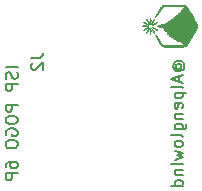
<source format=gbr>
%TF.GenerationSoftware,KiCad,Pcbnew,(5.1.8)-1*%
%TF.CreationDate,2021-11-24T15:46:35-08:00*%
%TF.ProjectId,ISP_SMT_Pogo_6p,4953505f-534d-4545-9f50-6f676f5f3670,rev?*%
%TF.SameCoordinates,Original*%
%TF.FileFunction,Legend,Bot*%
%TF.FilePolarity,Positive*%
%FSLAX46Y46*%
G04 Gerber Fmt 4.6, Leading zero omitted, Abs format (unit mm)*
G04 Created by KiCad (PCBNEW (5.1.8)-1) date 2021-11-24 15:46:35*
%MOMM*%
%LPD*%
G01*
G04 APERTURE LIST*
%ADD10C,0.150000*%
%ADD11C,0.010000*%
G04 APERTURE END LIST*
D10*
X147296190Y-74097142D02*
X147248571Y-74049523D01*
X147200952Y-73954285D01*
X147200952Y-73859047D01*
X147248571Y-73763809D01*
X147296190Y-73716190D01*
X147391428Y-73668571D01*
X147486666Y-73668571D01*
X147581904Y-73716190D01*
X147629523Y-73763809D01*
X147677142Y-73859047D01*
X147677142Y-73954285D01*
X147629523Y-74049523D01*
X147581904Y-74097142D01*
X147200952Y-74097142D02*
X147581904Y-74097142D01*
X147629523Y-74144761D01*
X147629523Y-74192380D01*
X147581904Y-74287619D01*
X147486666Y-74335238D01*
X147248571Y-74335238D01*
X147105714Y-74240000D01*
X147010476Y-74097142D01*
X146962857Y-73906666D01*
X147010476Y-73716190D01*
X147105714Y-73573333D01*
X147248571Y-73478095D01*
X147439047Y-73430476D01*
X147629523Y-73478095D01*
X147772380Y-73573333D01*
X147867619Y-73716190D01*
X147915238Y-73906666D01*
X147867619Y-74097142D01*
X147772380Y-74240000D01*
X147486666Y-74716190D02*
X147486666Y-75192380D01*
X147772380Y-74620952D02*
X146772380Y-74954285D01*
X147772380Y-75287619D01*
X147772380Y-75763809D02*
X147724761Y-75668571D01*
X147629523Y-75620952D01*
X146772380Y-75620952D01*
X147105714Y-76144761D02*
X148105714Y-76144761D01*
X147153333Y-76144761D02*
X147105714Y-76240000D01*
X147105714Y-76430476D01*
X147153333Y-76525714D01*
X147200952Y-76573333D01*
X147296190Y-76620952D01*
X147581904Y-76620952D01*
X147677142Y-76573333D01*
X147724761Y-76525714D01*
X147772380Y-76430476D01*
X147772380Y-76240000D01*
X147724761Y-76144761D01*
X147724761Y-77430476D02*
X147772380Y-77335238D01*
X147772380Y-77144761D01*
X147724761Y-77049523D01*
X147629523Y-77001904D01*
X147248571Y-77001904D01*
X147153333Y-77049523D01*
X147105714Y-77144761D01*
X147105714Y-77335238D01*
X147153333Y-77430476D01*
X147248571Y-77478095D01*
X147343809Y-77478095D01*
X147439047Y-77001904D01*
X147105714Y-77906666D02*
X147772380Y-77906666D01*
X147200952Y-77906666D02*
X147153333Y-77954285D01*
X147105714Y-78049523D01*
X147105714Y-78192380D01*
X147153333Y-78287619D01*
X147248571Y-78335238D01*
X147772380Y-78335238D01*
X147105714Y-79240000D02*
X147915238Y-79240000D01*
X148010476Y-79192380D01*
X148058095Y-79144761D01*
X148105714Y-79049523D01*
X148105714Y-78906666D01*
X148058095Y-78811428D01*
X147724761Y-79240000D02*
X147772380Y-79144761D01*
X147772380Y-78954285D01*
X147724761Y-78859047D01*
X147677142Y-78811428D01*
X147581904Y-78763809D01*
X147296190Y-78763809D01*
X147200952Y-78811428D01*
X147153333Y-78859047D01*
X147105714Y-78954285D01*
X147105714Y-79144761D01*
X147153333Y-79240000D01*
X147772380Y-79859047D02*
X147724761Y-79763809D01*
X147629523Y-79716190D01*
X146772380Y-79716190D01*
X147772380Y-80382857D02*
X147724761Y-80287619D01*
X147677142Y-80240000D01*
X147581904Y-80192380D01*
X147296190Y-80192380D01*
X147200952Y-80240000D01*
X147153333Y-80287619D01*
X147105714Y-80382857D01*
X147105714Y-80525714D01*
X147153333Y-80620952D01*
X147200952Y-80668571D01*
X147296190Y-80716190D01*
X147581904Y-80716190D01*
X147677142Y-80668571D01*
X147724761Y-80620952D01*
X147772380Y-80525714D01*
X147772380Y-80382857D01*
X147105714Y-81049523D02*
X147772380Y-81240000D01*
X147296190Y-81430476D01*
X147772380Y-81620952D01*
X147105714Y-81811428D01*
X147772380Y-82192380D02*
X146772380Y-82192380D01*
X147105714Y-82668571D02*
X147772380Y-82668571D01*
X147200952Y-82668571D02*
X147153333Y-82716190D01*
X147105714Y-82811428D01*
X147105714Y-82954285D01*
X147153333Y-83049523D01*
X147248571Y-83097142D01*
X147772380Y-83097142D01*
X147772380Y-84001904D02*
X146772380Y-84001904D01*
X147724761Y-84001904D02*
X147772380Y-83906666D01*
X147772380Y-83716190D01*
X147724761Y-83620952D01*
X147677142Y-83573333D01*
X147581904Y-83525714D01*
X147296190Y-83525714D01*
X147200952Y-83573333D01*
X147153333Y-83620952D01*
X147105714Y-83716190D01*
X147105714Y-83906666D01*
X147153333Y-84001904D01*
X133802380Y-73978095D02*
X132802380Y-73978095D01*
X133754761Y-74406666D02*
X133802380Y-74549523D01*
X133802380Y-74787619D01*
X133754761Y-74882857D01*
X133707142Y-74930476D01*
X133611904Y-74978095D01*
X133516666Y-74978095D01*
X133421428Y-74930476D01*
X133373809Y-74882857D01*
X133326190Y-74787619D01*
X133278571Y-74597142D01*
X133230952Y-74501904D01*
X133183333Y-74454285D01*
X133088095Y-74406666D01*
X132992857Y-74406666D01*
X132897619Y-74454285D01*
X132850000Y-74501904D01*
X132802380Y-74597142D01*
X132802380Y-74835238D01*
X132850000Y-74978095D01*
X133802380Y-75406666D02*
X132802380Y-75406666D01*
X132802380Y-75787619D01*
X132850000Y-75882857D01*
X132897619Y-75930476D01*
X132992857Y-75978095D01*
X133135714Y-75978095D01*
X133230952Y-75930476D01*
X133278571Y-75882857D01*
X133326190Y-75787619D01*
X133326190Y-75406666D01*
X133802380Y-77168571D02*
X132802380Y-77168571D01*
X132802380Y-77549523D01*
X132850000Y-77644761D01*
X132897619Y-77692380D01*
X132992857Y-77740000D01*
X133135714Y-77740000D01*
X133230952Y-77692380D01*
X133278571Y-77644761D01*
X133326190Y-77549523D01*
X133326190Y-77168571D01*
X132802380Y-78359047D02*
X132802380Y-78549523D01*
X132850000Y-78644761D01*
X132945238Y-78740000D01*
X133135714Y-78787619D01*
X133469047Y-78787619D01*
X133659523Y-78740000D01*
X133754761Y-78644761D01*
X133802380Y-78549523D01*
X133802380Y-78359047D01*
X133754761Y-78263809D01*
X133659523Y-78168571D01*
X133469047Y-78120952D01*
X133135714Y-78120952D01*
X132945238Y-78168571D01*
X132850000Y-78263809D01*
X132802380Y-78359047D01*
X132850000Y-79740000D02*
X132802380Y-79644761D01*
X132802380Y-79501904D01*
X132850000Y-79359047D01*
X132945238Y-79263809D01*
X133040476Y-79216190D01*
X133230952Y-79168571D01*
X133373809Y-79168571D01*
X133564285Y-79216190D01*
X133659523Y-79263809D01*
X133754761Y-79359047D01*
X133802380Y-79501904D01*
X133802380Y-79597142D01*
X133754761Y-79740000D01*
X133707142Y-79787619D01*
X133373809Y-79787619D01*
X133373809Y-79597142D01*
X132802380Y-80406666D02*
X132802380Y-80597142D01*
X132850000Y-80692380D01*
X132945238Y-80787619D01*
X133135714Y-80835238D01*
X133469047Y-80835238D01*
X133659523Y-80787619D01*
X133754761Y-80692380D01*
X133802380Y-80597142D01*
X133802380Y-80406666D01*
X133754761Y-80311428D01*
X133659523Y-80216190D01*
X133469047Y-80168571D01*
X133135714Y-80168571D01*
X132945238Y-80216190D01*
X132850000Y-80311428D01*
X132802380Y-80406666D01*
X132802380Y-82454285D02*
X132802380Y-82263809D01*
X132850000Y-82168571D01*
X132897619Y-82120952D01*
X133040476Y-82025714D01*
X133230952Y-81978095D01*
X133611904Y-81978095D01*
X133707142Y-82025714D01*
X133754761Y-82073333D01*
X133802380Y-82168571D01*
X133802380Y-82359047D01*
X133754761Y-82454285D01*
X133707142Y-82501904D01*
X133611904Y-82549523D01*
X133373809Y-82549523D01*
X133278571Y-82501904D01*
X133230952Y-82454285D01*
X133183333Y-82359047D01*
X133183333Y-82168571D01*
X133230952Y-82073333D01*
X133278571Y-82025714D01*
X133373809Y-81978095D01*
X133802380Y-82978095D02*
X132802380Y-82978095D01*
X132802380Y-83359047D01*
X132850000Y-83454285D01*
X132897619Y-83501904D01*
X132992857Y-83549523D01*
X133135714Y-83549523D01*
X133230952Y-83501904D01*
X133278571Y-83454285D01*
X133326190Y-83359047D01*
X133326190Y-82978095D01*
D11*
%TO.C,G\u002A\u002A\u002A*%
G36*
X144351940Y-70477978D02*
G01*
X144380859Y-70484666D01*
X144423408Y-70492579D01*
X144466749Y-70499536D01*
X144526973Y-70507919D01*
X144573388Y-70512059D01*
X144614870Y-70512035D01*
X144660296Y-70507924D01*
X144706318Y-70501613D01*
X144767880Y-70492502D01*
X144809666Y-70485981D01*
X144834746Y-70481305D01*
X144846192Y-70477730D01*
X144847075Y-70474509D01*
X144840468Y-70470898D01*
X144837727Y-70469730D01*
X144819332Y-70465182D01*
X144783893Y-70458869D01*
X144737288Y-70451781D01*
X144705792Y-70447487D01*
X144645716Y-70440742D01*
X144595404Y-70438364D01*
X144544896Y-70440433D01*
X144484228Y-70447027D01*
X144466223Y-70449403D01*
X144415806Y-70456823D01*
X144375129Y-70463983D01*
X144348839Y-70469988D01*
X144341272Y-70473474D01*
X144351940Y-70477978D01*
G37*
X144351940Y-70477978D02*
X144380859Y-70484666D01*
X144423408Y-70492579D01*
X144466749Y-70499536D01*
X144526973Y-70507919D01*
X144573388Y-70512059D01*
X144614870Y-70512035D01*
X144660296Y-70507924D01*
X144706318Y-70501613D01*
X144767880Y-70492502D01*
X144809666Y-70485981D01*
X144834746Y-70481305D01*
X144846192Y-70477730D01*
X144847075Y-70474509D01*
X144840468Y-70470898D01*
X144837727Y-70469730D01*
X144819332Y-70465182D01*
X144783893Y-70458869D01*
X144737288Y-70451781D01*
X144705792Y-70447487D01*
X144645716Y-70440742D01*
X144595404Y-70438364D01*
X144544896Y-70440433D01*
X144484228Y-70447027D01*
X144466223Y-70449403D01*
X144415806Y-70456823D01*
X144375129Y-70463983D01*
X144348839Y-70469988D01*
X144341272Y-70473474D01*
X144351940Y-70477978D01*
G36*
X144448879Y-70813356D02*
G01*
X144477918Y-70804443D01*
X144519167Y-70789916D01*
X144559002Y-70774827D01*
X144632140Y-70743429D01*
X144693929Y-70709263D01*
X144755799Y-70665777D01*
X144774206Y-70651424D01*
X144813983Y-70619565D01*
X144846019Y-70593263D01*
X144866612Y-70575600D01*
X144872363Y-70569728D01*
X144863163Y-70566459D01*
X144857931Y-70566404D01*
X144841575Y-70570780D01*
X144809273Y-70582079D01*
X144766401Y-70598362D01*
X144737231Y-70609964D01*
X144651488Y-70650396D01*
X144570537Y-70701739D01*
X144531155Y-70731385D01*
X144491518Y-70763341D01*
X144460334Y-70790026D01*
X144441064Y-70808374D01*
X144436651Y-70815137D01*
X144448879Y-70813356D01*
G37*
X144448879Y-70813356D02*
X144477918Y-70804443D01*
X144519167Y-70789916D01*
X144559002Y-70774827D01*
X144632140Y-70743429D01*
X144693929Y-70709263D01*
X144755799Y-70665777D01*
X144774206Y-70651424D01*
X144813983Y-70619565D01*
X144846019Y-70593263D01*
X144866612Y-70575600D01*
X144872363Y-70569728D01*
X144863163Y-70566459D01*
X144857931Y-70566404D01*
X144841575Y-70570780D01*
X144809273Y-70582079D01*
X144766401Y-70598362D01*
X144737231Y-70609964D01*
X144651488Y-70650396D01*
X144570537Y-70701739D01*
X144531155Y-70731385D01*
X144491518Y-70763341D01*
X144460334Y-70790026D01*
X144441064Y-70808374D01*
X144436651Y-70815137D01*
X144448879Y-70813356D01*
G36*
X144435549Y-70142024D02*
G01*
X144448149Y-70153188D01*
X144465297Y-70166426D01*
X144495419Y-70189717D01*
X144533231Y-70218976D01*
X144551265Y-70232937D01*
X144597309Y-70265974D01*
X144645232Y-70296133D01*
X144686546Y-70318180D01*
X144696345Y-70322415D01*
X144744262Y-70341436D01*
X144795202Y-70361661D01*
X144814636Y-70369377D01*
X144846397Y-70380509D01*
X144867364Y-70385021D01*
X144872363Y-70383388D01*
X144863771Y-70373163D01*
X144840457Y-70352191D01*
X144806112Y-70323658D01*
X144769735Y-70294853D01*
X144700916Y-70245190D01*
X144635739Y-70207279D01*
X144563347Y-70174896D01*
X144554116Y-70171264D01*
X144494632Y-70149208D01*
X144454840Y-70136948D01*
X144435044Y-70134536D01*
X144435549Y-70142024D01*
G37*
X144435549Y-70142024D02*
X144448149Y-70153188D01*
X144465297Y-70166426D01*
X144495419Y-70189717D01*
X144533231Y-70218976D01*
X144551265Y-70232937D01*
X144597309Y-70265974D01*
X144645232Y-70296133D01*
X144686546Y-70318180D01*
X144696345Y-70322415D01*
X144744262Y-70341436D01*
X144795202Y-70361661D01*
X144814636Y-70369377D01*
X144846397Y-70380509D01*
X144867364Y-70385021D01*
X144872363Y-70383388D01*
X144863771Y-70373163D01*
X144840457Y-70352191D01*
X144806112Y-70323658D01*
X144769735Y-70294853D01*
X144700916Y-70245190D01*
X144635739Y-70207279D01*
X144563347Y-70174896D01*
X144554116Y-70171264D01*
X144494632Y-70149208D01*
X144454840Y-70136948D01*
X144435044Y-70134536D01*
X144435549Y-70142024D01*
G36*
X144694139Y-71058448D02*
G01*
X144711823Y-71041751D01*
X144737952Y-71012365D01*
X144768274Y-70975092D01*
X144798117Y-70936117D01*
X144822677Y-70900949D01*
X144844265Y-70865166D01*
X144865194Y-70824341D01*
X144887775Y-70774053D01*
X144914320Y-70709875D01*
X144938396Y-70649523D01*
X144937906Y-70636514D01*
X144934212Y-70635116D01*
X144923377Y-70643650D01*
X144901910Y-70666684D01*
X144873231Y-70700393D01*
X144849748Y-70729494D01*
X144790556Y-70813488D01*
X144744758Y-70901026D01*
X144731407Y-70932617D01*
X144712888Y-70980354D01*
X144698250Y-71021362D01*
X144689393Y-71050127D01*
X144687636Y-71059588D01*
X144694139Y-71058448D01*
G37*
X144694139Y-71058448D02*
X144711823Y-71041751D01*
X144737952Y-71012365D01*
X144768274Y-70975092D01*
X144798117Y-70936117D01*
X144822677Y-70900949D01*
X144844265Y-70865166D01*
X144865194Y-70824341D01*
X144887775Y-70774053D01*
X144914320Y-70709875D01*
X144938396Y-70649523D01*
X144937906Y-70636514D01*
X144934212Y-70635116D01*
X144923377Y-70643650D01*
X144901910Y-70666684D01*
X144873231Y-70700393D01*
X144849748Y-70729494D01*
X144790556Y-70813488D01*
X144744758Y-70901026D01*
X144731407Y-70932617D01*
X144712888Y-70980354D01*
X144698250Y-71021362D01*
X144689393Y-71050127D01*
X144687636Y-71059588D01*
X144694139Y-71058448D01*
G36*
X144687284Y-69894531D02*
G01*
X144695152Y-69921394D01*
X144709390Y-69960998D01*
X144726472Y-70003969D01*
X144768510Y-70094041D01*
X144817446Y-70173996D01*
X144853897Y-70223333D01*
X144893972Y-70274232D01*
X144921276Y-70306967D01*
X144936503Y-70320987D01*
X144940347Y-70315741D01*
X144933505Y-70290678D01*
X144916670Y-70245247D01*
X144895176Y-70190591D01*
X144861592Y-70114407D01*
X144824223Y-70049335D01*
X144776254Y-69983594D01*
X144773302Y-69979887D01*
X144741086Y-69940682D01*
X144713607Y-69909312D01*
X144694283Y-69889557D01*
X144687179Y-69884637D01*
X144687284Y-69894531D01*
G37*
X144687284Y-69894531D02*
X144695152Y-69921394D01*
X144709390Y-69960998D01*
X144726472Y-70003969D01*
X144768510Y-70094041D01*
X144817446Y-70173996D01*
X144853897Y-70223333D01*
X144893972Y-70274232D01*
X144921276Y-70306967D01*
X144936503Y-70320987D01*
X144940347Y-70315741D01*
X144933505Y-70290678D01*
X144916670Y-70245247D01*
X144895176Y-70190591D01*
X144861592Y-70114407D01*
X144824223Y-70049335D01*
X144776254Y-69983594D01*
X144773302Y-69979887D01*
X144741086Y-69940682D01*
X144713607Y-69909312D01*
X144694283Y-69889557D01*
X144687179Y-69884637D01*
X144687284Y-69894531D01*
G36*
X144993215Y-70959864D02*
G01*
X145000077Y-71017289D01*
X145004015Y-71044268D01*
X145011980Y-71095399D01*
X145019037Y-71137328D01*
X145024346Y-71165266D01*
X145026857Y-71174433D01*
X145030349Y-71166098D01*
X145035781Y-71139965D01*
X145042406Y-71101174D01*
X145049482Y-71054862D01*
X145056263Y-71006167D01*
X145062006Y-70960226D01*
X145065967Y-70922179D01*
X145067401Y-70897162D01*
X145067352Y-70894864D01*
X145064707Y-70863296D01*
X145059522Y-70821069D01*
X145055948Y-70796728D01*
X145046401Y-70736772D01*
X145039508Y-70696717D01*
X145034448Y-70673636D01*
X145030399Y-70664602D01*
X145026538Y-70666688D01*
X145022199Y-70676560D01*
X145016712Y-70698363D01*
X145009720Y-70736523D01*
X145002372Y-70784460D01*
X144999015Y-70809333D01*
X144992880Y-70865109D01*
X144990881Y-70912212D01*
X144993215Y-70959864D01*
G37*
X144993215Y-70959864D02*
X145000077Y-71017289D01*
X145004015Y-71044268D01*
X145011980Y-71095399D01*
X145019037Y-71137328D01*
X145024346Y-71165266D01*
X145026857Y-71174433D01*
X145030349Y-71166098D01*
X145035781Y-71139965D01*
X145042406Y-71101174D01*
X145049482Y-71054862D01*
X145056263Y-71006167D01*
X145062006Y-70960226D01*
X145065967Y-70922179D01*
X145067401Y-70897162D01*
X145067352Y-70894864D01*
X145064707Y-70863296D01*
X145059522Y-70821069D01*
X145055948Y-70796728D01*
X145046401Y-70736772D01*
X145039508Y-70696717D01*
X145034448Y-70673636D01*
X145030399Y-70664602D01*
X145026538Y-70666688D01*
X145022199Y-70676560D01*
X145016712Y-70698363D01*
X145009720Y-70736523D01*
X145002372Y-70784460D01*
X144999015Y-70809333D01*
X144992880Y-70865109D01*
X144990881Y-70912212D01*
X144993215Y-70959864D01*
G36*
X144993773Y-70098032D02*
G01*
X144999181Y-70141880D01*
X145006560Y-70191515D01*
X145014020Y-70234448D01*
X145020368Y-70264061D01*
X145022543Y-70271278D01*
X145028888Y-70283264D01*
X145033705Y-70276633D01*
X145038282Y-70254091D01*
X145044161Y-70219653D01*
X145051858Y-70174644D01*
X145056902Y-70145175D01*
X145063718Y-70098691D01*
X145066591Y-70056610D01*
X145065333Y-70012145D01*
X145059760Y-69958513D01*
X145049914Y-69890409D01*
X145042375Y-69843156D01*
X145035779Y-69804349D01*
X145031139Y-69779833D01*
X145029936Y-69774955D01*
X145026851Y-69781020D01*
X145021276Y-69805999D01*
X145013989Y-69845945D01*
X145005768Y-69896913D01*
X145005365Y-69899556D01*
X144996341Y-69963251D01*
X144991536Y-70012249D01*
X144990748Y-70054521D01*
X144993773Y-70098032D01*
G37*
X144993773Y-70098032D02*
X144999181Y-70141880D01*
X145006560Y-70191515D01*
X145014020Y-70234448D01*
X145020368Y-70264061D01*
X145022543Y-70271278D01*
X145028888Y-70283264D01*
X145033705Y-70276633D01*
X145038282Y-70254091D01*
X145044161Y-70219653D01*
X145051858Y-70174644D01*
X145056902Y-70145175D01*
X145063718Y-70098691D01*
X145066591Y-70056610D01*
X145065333Y-70012145D01*
X145059760Y-69958513D01*
X145049914Y-69890409D01*
X145042375Y-69843156D01*
X145035779Y-69804349D01*
X145031139Y-69779833D01*
X145029936Y-69774955D01*
X145026851Y-69781020D01*
X145021276Y-69805999D01*
X145013989Y-69845945D01*
X145005768Y-69896913D01*
X145005365Y-69899556D01*
X144996341Y-69963251D01*
X144991536Y-70012249D01*
X144990748Y-70054521D01*
X144993773Y-70098032D01*
G36*
X145129850Y-70673216D02*
G01*
X145147610Y-70722269D01*
X145164358Y-70763933D01*
X145199484Y-70841287D01*
X145237260Y-70906713D01*
X145284069Y-70971075D01*
X145291543Y-70980417D01*
X145324750Y-71019853D01*
X145349795Y-71046152D01*
X145364640Y-71057328D01*
X145367862Y-71054768D01*
X145363175Y-71035321D01*
X145351349Y-71000460D01*
X145334428Y-70955958D01*
X145322867Y-70927484D01*
X145276776Y-70835407D01*
X145214523Y-70739468D01*
X145140479Y-70646367D01*
X145136304Y-70641634D01*
X145124058Y-70632293D01*
X145121953Y-70643022D01*
X145129850Y-70673216D01*
G37*
X145129850Y-70673216D02*
X145147610Y-70722269D01*
X145164358Y-70763933D01*
X145199484Y-70841287D01*
X145237260Y-70906713D01*
X145284069Y-70971075D01*
X145291543Y-70980417D01*
X145324750Y-71019853D01*
X145349795Y-71046152D01*
X145364640Y-71057328D01*
X145367862Y-71054768D01*
X145363175Y-71035321D01*
X145351349Y-71000460D01*
X145334428Y-70955958D01*
X145322867Y-70927484D01*
X145276776Y-70835407D01*
X145214523Y-70739468D01*
X145140479Y-70646367D01*
X145136304Y-70641634D01*
X145124058Y-70632293D01*
X145121953Y-70643022D01*
X145129850Y-70673216D01*
G36*
X145125793Y-70310730D02*
G01*
X145144873Y-70291285D01*
X145172116Y-70259957D01*
X145201186Y-70224245D01*
X145254223Y-70151677D01*
X145294816Y-70081685D01*
X145324997Y-70014416D01*
X145343406Y-69967315D01*
X145357905Y-69927630D01*
X145366641Y-69900588D01*
X145368348Y-69892194D01*
X145361582Y-69892008D01*
X145344873Y-69906421D01*
X145333112Y-69919273D01*
X145276254Y-69988455D01*
X145232513Y-70049839D01*
X145197377Y-70110541D01*
X145166335Y-70177680D01*
X145160743Y-70191220D01*
X145142027Y-70238853D01*
X145127608Y-70278704D01*
X145119181Y-70305888D01*
X145117828Y-70315076D01*
X145125793Y-70310730D01*
G37*
X145125793Y-70310730D02*
X145144873Y-70291285D01*
X145172116Y-70259957D01*
X145201186Y-70224245D01*
X145254223Y-70151677D01*
X145294816Y-70081685D01*
X145324997Y-70014416D01*
X145343406Y-69967315D01*
X145357905Y-69927630D01*
X145366641Y-69900588D01*
X145368348Y-69892194D01*
X145361582Y-69892008D01*
X145344873Y-69906421D01*
X145333112Y-69919273D01*
X145276254Y-69988455D01*
X145232513Y-70049839D01*
X145197377Y-70110541D01*
X145166335Y-70177680D01*
X145160743Y-70191220D01*
X145142027Y-70238853D01*
X145127608Y-70278704D01*
X145119181Y-70305888D01*
X145117828Y-70315076D01*
X145125793Y-70310730D01*
G36*
X145197296Y-70576591D02*
G01*
X145216370Y-70595746D01*
X145247410Y-70622993D01*
X145282294Y-70651461D01*
X145345036Y-70698053D01*
X145403456Y-70733395D01*
X145468347Y-70763695D01*
X145498290Y-70775700D01*
X145545861Y-70793572D01*
X145584912Y-70807155D01*
X145610837Y-70814917D01*
X145619043Y-70815896D01*
X145612505Y-70807317D01*
X145591138Y-70787648D01*
X145558384Y-70759917D01*
X145522297Y-70730793D01*
X145452894Y-70679829D01*
X145387204Y-70641100D01*
X145314876Y-70608528D01*
X145312622Y-70607633D01*
X145265979Y-70589918D01*
X145227071Y-70576555D01*
X145201019Y-70569222D01*
X145193372Y-70568497D01*
X145197296Y-70576591D01*
G37*
X145197296Y-70576591D02*
X145216370Y-70595746D01*
X145247410Y-70622993D01*
X145282294Y-70651461D01*
X145345036Y-70698053D01*
X145403456Y-70733395D01*
X145468347Y-70763695D01*
X145498290Y-70775700D01*
X145545861Y-70793572D01*
X145584912Y-70807155D01*
X145610837Y-70814917D01*
X145619043Y-70815896D01*
X145612505Y-70807317D01*
X145591138Y-70787648D01*
X145558384Y-70759917D01*
X145522297Y-70730793D01*
X145452894Y-70679829D01*
X145387204Y-70641100D01*
X145314876Y-70608528D01*
X145312622Y-70607633D01*
X145265979Y-70589918D01*
X145227071Y-70576555D01*
X145201019Y-70569222D01*
X145193372Y-70568497D01*
X145197296Y-70576591D01*
G36*
X145193268Y-70384520D02*
G01*
X145216305Y-70378652D01*
X145240775Y-70369788D01*
X145288308Y-70350930D01*
X145340168Y-70330374D01*
X145360159Y-70322456D01*
X145420773Y-70291979D01*
X145490245Y-70244698D01*
X145570307Y-70179414D01*
X145582511Y-70168725D01*
X145606473Y-70146258D01*
X145619600Y-70131280D01*
X145620163Y-70127572D01*
X145606605Y-70131413D01*
X145576418Y-70142185D01*
X145534367Y-70158134D01*
X145495153Y-70173538D01*
X145420592Y-70206349D01*
X145357621Y-70242118D01*
X145295014Y-70287360D01*
X145284216Y-70295966D01*
X145244795Y-70328381D01*
X145212658Y-70356071D01*
X145191780Y-70375534D01*
X145185934Y-70382534D01*
X145193268Y-70384520D01*
G37*
X145193268Y-70384520D02*
X145216305Y-70378652D01*
X145240775Y-70369788D01*
X145288308Y-70350930D01*
X145340168Y-70330374D01*
X145360159Y-70322456D01*
X145420773Y-70291979D01*
X145490245Y-70244698D01*
X145570307Y-70179414D01*
X145582511Y-70168725D01*
X145606473Y-70146258D01*
X145619600Y-70131280D01*
X145620163Y-70127572D01*
X145606605Y-70131413D01*
X145576418Y-70142185D01*
X145534367Y-70158134D01*
X145495153Y-70173538D01*
X145420592Y-70206349D01*
X145357621Y-70242118D01*
X145295014Y-70287360D01*
X145284216Y-70295966D01*
X145244795Y-70328381D01*
X145212658Y-70356071D01*
X145191780Y-70375534D01*
X145185934Y-70382534D01*
X145193268Y-70384520D01*
G36*
X145469123Y-69722647D02*
G01*
X145469840Y-69722650D01*
X145481149Y-69713124D01*
X145502988Y-69686763D01*
X145533518Y-69646233D01*
X145570901Y-69594197D01*
X145613301Y-69533322D01*
X145658878Y-69466271D01*
X145705796Y-69395711D01*
X145752216Y-69324305D01*
X145796300Y-69254720D01*
X145827635Y-69203829D01*
X145881839Y-69115754D01*
X145927258Y-69045377D01*
X145966053Y-68990067D01*
X146000387Y-68947191D01*
X146032423Y-68914116D01*
X146064322Y-68888210D01*
X146098248Y-68866842D01*
X146109461Y-68860756D01*
X146171227Y-68828228D01*
X146996727Y-68828942D01*
X147133528Y-68829175D01*
X147264148Y-68829620D01*
X147386661Y-68830256D01*
X147499142Y-68831063D01*
X147599664Y-68832021D01*
X147686302Y-68833108D01*
X147757131Y-68834306D01*
X147810225Y-68835592D01*
X147843658Y-68836948D01*
X147854857Y-68838042D01*
X147887487Y-68846428D01*
X147862232Y-68889282D01*
X147830959Y-68937589D01*
X147787450Y-68998183D01*
X147735294Y-69066536D01*
X147678079Y-69138119D01*
X147619394Y-69208404D01*
X147562827Y-69272862D01*
X147530916Y-69307364D01*
X147481957Y-69360111D01*
X147447480Y-69400319D01*
X147425085Y-69431201D01*
X147412367Y-69455969D01*
X147407820Y-69472012D01*
X147400699Y-69495636D01*
X147386395Y-69518913D01*
X147361378Y-69546196D01*
X147322114Y-69581839D01*
X147310794Y-69591594D01*
X147087588Y-69768852D01*
X146848106Y-69932970D01*
X146596596Y-70081386D01*
X146337305Y-70211539D01*
X146148136Y-70292522D01*
X146068033Y-70323124D01*
X145982675Y-70353653D01*
X145897109Y-70382476D01*
X145816380Y-70407961D01*
X145745532Y-70428475D01*
X145689611Y-70442387D01*
X145677259Y-70444886D01*
X145645295Y-70455549D01*
X145621124Y-70471739D01*
X145608549Y-70489225D01*
X145611374Y-70503777D01*
X145619896Y-70508681D01*
X145635886Y-70512669D01*
X145671576Y-70520696D01*
X145724052Y-70532133D01*
X145790399Y-70546353D01*
X145867703Y-70562730D01*
X145953049Y-70580635D01*
X145994376Y-70589248D01*
X146081091Y-70607499D01*
X146159875Y-70624499D01*
X146228060Y-70639639D01*
X146282978Y-70652311D01*
X146321964Y-70661905D01*
X146342349Y-70667813D01*
X146344724Y-70669210D01*
X146332738Y-70676085D01*
X146304899Y-70688221D01*
X146267080Y-70703068D01*
X146264688Y-70703965D01*
X146224206Y-70720125D01*
X146201147Y-70733020D01*
X146190867Y-70746179D01*
X146188703Y-70761692D01*
X146190697Y-70795384D01*
X146198974Y-70819207D01*
X146217623Y-70837319D01*
X146250732Y-70853879D01*
X146295962Y-70870783D01*
X146330147Y-70884993D01*
X146374180Y-70906347D01*
X146423938Y-70932472D01*
X146475294Y-70960993D01*
X146524125Y-70989539D01*
X146566306Y-71015737D01*
X146597712Y-71037212D01*
X146614218Y-71051593D01*
X146615727Y-71054751D01*
X146605820Y-71060874D01*
X146579942Y-71072250D01*
X146546454Y-71085364D01*
X146510809Y-71099892D01*
X146485806Y-71112372D01*
X146477181Y-71119619D01*
X146486860Y-71135940D01*
X146511109Y-71154773D01*
X146542743Y-71170887D01*
X146552227Y-71174289D01*
X146572895Y-71183404D01*
X146585125Y-71198409D01*
X146593020Y-71226086D01*
X146596810Y-71247955D01*
X146604592Y-71284202D01*
X146613967Y-71310539D01*
X146619901Y-71318780D01*
X146635931Y-71325966D01*
X146668376Y-71338569D01*
X146711807Y-71354523D01*
X146741218Y-71364962D01*
X146798766Y-71386688D01*
X146842932Y-71408244D01*
X146882773Y-71434903D01*
X146927350Y-71471933D01*
X146931718Y-71475790D01*
X146987546Y-71523987D01*
X147039551Y-71565471D01*
X147090666Y-71601621D01*
X147143825Y-71633813D01*
X147201958Y-71663423D01*
X147268000Y-71691828D01*
X147344883Y-71720406D01*
X147435538Y-71750533D01*
X147542899Y-71783586D01*
X147661980Y-71818643D01*
X147672838Y-71830826D01*
X147686845Y-71858085D01*
X147695993Y-71881012D01*
X147714076Y-71920024D01*
X147741160Y-71956540D01*
X147782311Y-71997195D01*
X147789852Y-72003921D01*
X147823127Y-72034427D01*
X147848412Y-72059724D01*
X147861621Y-72075643D01*
X147862636Y-72078200D01*
X147859005Y-72084429D01*
X147847215Y-72089899D01*
X147825920Y-72094665D01*
X147793774Y-72098783D01*
X147749432Y-72102307D01*
X147691546Y-72105294D01*
X147618771Y-72107800D01*
X147529761Y-72109879D01*
X147423170Y-72111587D01*
X147297652Y-72112981D01*
X147151861Y-72114114D01*
X146984451Y-72115043D01*
X146967696Y-72115122D01*
X146193983Y-72118682D01*
X146119105Y-72081836D01*
X146075162Y-72057259D01*
X146034427Y-72029508D01*
X146008024Y-72006790D01*
X145991207Y-71985536D01*
X145964950Y-71948025D01*
X145931621Y-71897844D01*
X145893590Y-71838580D01*
X145853226Y-71773818D01*
X145841713Y-71755000D01*
X145801053Y-71689553D01*
X145756449Y-71619987D01*
X145709758Y-71548978D01*
X145662840Y-71479201D01*
X145617550Y-71413334D01*
X145575748Y-71354050D01*
X145539290Y-71304027D01*
X145510035Y-71265940D01*
X145489840Y-71242465D01*
X145481386Y-71235998D01*
X145472964Y-71244242D01*
X145472727Y-71246879D01*
X145478031Y-71264926D01*
X145492939Y-71300226D01*
X145515942Y-71349793D01*
X145545532Y-71410639D01*
X145580202Y-71479775D01*
X145618444Y-71554215D01*
X145658750Y-71630970D01*
X145699611Y-71707053D01*
X145739520Y-71779476D01*
X145758639Y-71813368D01*
X145806930Y-71896967D01*
X145846750Y-71962868D01*
X145880046Y-72013980D01*
X145908763Y-72053212D01*
X145934848Y-72083473D01*
X145948373Y-72096965D01*
X146033208Y-72161810D01*
X146128264Y-72206000D01*
X146218902Y-72227373D01*
X146246242Y-72229654D01*
X146293727Y-72231838D01*
X146358947Y-72233909D01*
X146439493Y-72235850D01*
X146532954Y-72237645D01*
X146636919Y-72239278D01*
X146748980Y-72240732D01*
X146866725Y-72241991D01*
X146987744Y-72243039D01*
X147109628Y-72243859D01*
X147229967Y-72244435D01*
X147346349Y-72244751D01*
X147456366Y-72244790D01*
X147557606Y-72244535D01*
X147647660Y-72243971D01*
X147724118Y-72243081D01*
X147784569Y-72241849D01*
X147826604Y-72240258D01*
X147847149Y-72238425D01*
X147937850Y-72210939D01*
X148025683Y-72164592D01*
X148103594Y-72103235D01*
X148114345Y-72092611D01*
X148129874Y-72075505D01*
X148147530Y-72053340D01*
X148168242Y-72024611D01*
X148192939Y-71987812D01*
X148222550Y-71941439D01*
X148258002Y-71883988D01*
X148300226Y-71813953D01*
X148350150Y-71729831D01*
X148408702Y-71630115D01*
X148476812Y-71513302D01*
X148553975Y-71380361D01*
X148619724Y-71266701D01*
X148682716Y-71157426D01*
X148741873Y-71054426D01*
X148796122Y-70959591D01*
X148844387Y-70874811D01*
X148885592Y-70801976D01*
X148918662Y-70742976D01*
X148942522Y-70699702D01*
X148956096Y-70674043D01*
X148957694Y-70670737D01*
X148976964Y-70611970D01*
X148989043Y-70539348D01*
X148993568Y-70461072D01*
X148990178Y-70385345D01*
X148978509Y-70320369D01*
X148973822Y-70305537D01*
X148964068Y-70284395D01*
X148943818Y-70245451D01*
X148914253Y-70190826D01*
X148876558Y-70122637D01*
X148831914Y-70043003D01*
X148781504Y-69954043D01*
X148726512Y-69857875D01*
X148668119Y-69756618D01*
X148648331Y-69722492D01*
X148558557Y-69567859D01*
X148479533Y-69431860D01*
X148410355Y-69313194D01*
X148350118Y-69210562D01*
X148297917Y-69122663D01*
X148252849Y-69048198D01*
X148214007Y-68985866D01*
X148180488Y-68934367D01*
X148151387Y-68892401D01*
X148125799Y-68858668D01*
X148102820Y-68831868D01*
X148081545Y-68810700D01*
X148061069Y-68793866D01*
X148040489Y-68780064D01*
X148018899Y-68767995D01*
X147995394Y-68756358D01*
X147969070Y-68743853D01*
X147966545Y-68742647D01*
X147879954Y-68701228D01*
X147054454Y-68702702D01*
X146895036Y-68703024D01*
X146756995Y-68703407D01*
X146638619Y-68703895D01*
X146538194Y-68704528D01*
X146454006Y-68705348D01*
X146384342Y-68706398D01*
X146327489Y-68707720D01*
X146281734Y-68709355D01*
X146245363Y-68711346D01*
X146216664Y-68713734D01*
X146193921Y-68716561D01*
X146175423Y-68719870D01*
X146159456Y-68723702D01*
X146155798Y-68724708D01*
X146076890Y-68755158D01*
X146000730Y-68799535D01*
X145935416Y-68852693D01*
X145908939Y-68881471D01*
X145896668Y-68899911D01*
X145875635Y-68935267D01*
X145847284Y-68984859D01*
X145813058Y-69046005D01*
X145774398Y-69116024D01*
X145732747Y-69192234D01*
X145689548Y-69271953D01*
X145646244Y-69352501D01*
X145604276Y-69431195D01*
X145565088Y-69505354D01*
X145530122Y-69572297D01*
X145500820Y-69629343D01*
X145478625Y-69673809D01*
X145464980Y-69703014D01*
X145461181Y-69713785D01*
X145469123Y-69722647D01*
G37*
X145469123Y-69722647D02*
X145469840Y-69722650D01*
X145481149Y-69713124D01*
X145502988Y-69686763D01*
X145533518Y-69646233D01*
X145570901Y-69594197D01*
X145613301Y-69533322D01*
X145658878Y-69466271D01*
X145705796Y-69395711D01*
X145752216Y-69324305D01*
X145796300Y-69254720D01*
X145827635Y-69203829D01*
X145881839Y-69115754D01*
X145927258Y-69045377D01*
X145966053Y-68990067D01*
X146000387Y-68947191D01*
X146032423Y-68914116D01*
X146064322Y-68888210D01*
X146098248Y-68866842D01*
X146109461Y-68860756D01*
X146171227Y-68828228D01*
X146996727Y-68828942D01*
X147133528Y-68829175D01*
X147264148Y-68829620D01*
X147386661Y-68830256D01*
X147499142Y-68831063D01*
X147599664Y-68832021D01*
X147686302Y-68833108D01*
X147757131Y-68834306D01*
X147810225Y-68835592D01*
X147843658Y-68836948D01*
X147854857Y-68838042D01*
X147887487Y-68846428D01*
X147862232Y-68889282D01*
X147830959Y-68937589D01*
X147787450Y-68998183D01*
X147735294Y-69066536D01*
X147678079Y-69138119D01*
X147619394Y-69208404D01*
X147562827Y-69272862D01*
X147530916Y-69307364D01*
X147481957Y-69360111D01*
X147447480Y-69400319D01*
X147425085Y-69431201D01*
X147412367Y-69455969D01*
X147407820Y-69472012D01*
X147400699Y-69495636D01*
X147386395Y-69518913D01*
X147361378Y-69546196D01*
X147322114Y-69581839D01*
X147310794Y-69591594D01*
X147087588Y-69768852D01*
X146848106Y-69932970D01*
X146596596Y-70081386D01*
X146337305Y-70211539D01*
X146148136Y-70292522D01*
X146068033Y-70323124D01*
X145982675Y-70353653D01*
X145897109Y-70382476D01*
X145816380Y-70407961D01*
X145745532Y-70428475D01*
X145689611Y-70442387D01*
X145677259Y-70444886D01*
X145645295Y-70455549D01*
X145621124Y-70471739D01*
X145608549Y-70489225D01*
X145611374Y-70503777D01*
X145619896Y-70508681D01*
X145635886Y-70512669D01*
X145671576Y-70520696D01*
X145724052Y-70532133D01*
X145790399Y-70546353D01*
X145867703Y-70562730D01*
X145953049Y-70580635D01*
X145994376Y-70589248D01*
X146081091Y-70607499D01*
X146159875Y-70624499D01*
X146228060Y-70639639D01*
X146282978Y-70652311D01*
X146321964Y-70661905D01*
X146342349Y-70667813D01*
X146344724Y-70669210D01*
X146332738Y-70676085D01*
X146304899Y-70688221D01*
X146267080Y-70703068D01*
X146264688Y-70703965D01*
X146224206Y-70720125D01*
X146201147Y-70733020D01*
X146190867Y-70746179D01*
X146188703Y-70761692D01*
X146190697Y-70795384D01*
X146198974Y-70819207D01*
X146217623Y-70837319D01*
X146250732Y-70853879D01*
X146295962Y-70870783D01*
X146330147Y-70884993D01*
X146374180Y-70906347D01*
X146423938Y-70932472D01*
X146475294Y-70960993D01*
X146524125Y-70989539D01*
X146566306Y-71015737D01*
X146597712Y-71037212D01*
X146614218Y-71051593D01*
X146615727Y-71054751D01*
X146605820Y-71060874D01*
X146579942Y-71072250D01*
X146546454Y-71085364D01*
X146510809Y-71099892D01*
X146485806Y-71112372D01*
X146477181Y-71119619D01*
X146486860Y-71135940D01*
X146511109Y-71154773D01*
X146542743Y-71170887D01*
X146552227Y-71174289D01*
X146572895Y-71183404D01*
X146585125Y-71198409D01*
X146593020Y-71226086D01*
X146596810Y-71247955D01*
X146604592Y-71284202D01*
X146613967Y-71310539D01*
X146619901Y-71318780D01*
X146635931Y-71325966D01*
X146668376Y-71338569D01*
X146711807Y-71354523D01*
X146741218Y-71364962D01*
X146798766Y-71386688D01*
X146842932Y-71408244D01*
X146882773Y-71434903D01*
X146927350Y-71471933D01*
X146931718Y-71475790D01*
X146987546Y-71523987D01*
X147039551Y-71565471D01*
X147090666Y-71601621D01*
X147143825Y-71633813D01*
X147201958Y-71663423D01*
X147268000Y-71691828D01*
X147344883Y-71720406D01*
X147435538Y-71750533D01*
X147542899Y-71783586D01*
X147661980Y-71818643D01*
X147672838Y-71830826D01*
X147686845Y-71858085D01*
X147695993Y-71881012D01*
X147714076Y-71920024D01*
X147741160Y-71956540D01*
X147782311Y-71997195D01*
X147789852Y-72003921D01*
X147823127Y-72034427D01*
X147848412Y-72059724D01*
X147861621Y-72075643D01*
X147862636Y-72078200D01*
X147859005Y-72084429D01*
X147847215Y-72089899D01*
X147825920Y-72094665D01*
X147793774Y-72098783D01*
X147749432Y-72102307D01*
X147691546Y-72105294D01*
X147618771Y-72107800D01*
X147529761Y-72109879D01*
X147423170Y-72111587D01*
X147297652Y-72112981D01*
X147151861Y-72114114D01*
X146984451Y-72115043D01*
X146967696Y-72115122D01*
X146193983Y-72118682D01*
X146119105Y-72081836D01*
X146075162Y-72057259D01*
X146034427Y-72029508D01*
X146008024Y-72006790D01*
X145991207Y-71985536D01*
X145964950Y-71948025D01*
X145931621Y-71897844D01*
X145893590Y-71838580D01*
X145853226Y-71773818D01*
X145841713Y-71755000D01*
X145801053Y-71689553D01*
X145756449Y-71619987D01*
X145709758Y-71548978D01*
X145662840Y-71479201D01*
X145617550Y-71413334D01*
X145575748Y-71354050D01*
X145539290Y-71304027D01*
X145510035Y-71265940D01*
X145489840Y-71242465D01*
X145481386Y-71235998D01*
X145472964Y-71244242D01*
X145472727Y-71246879D01*
X145478031Y-71264926D01*
X145492939Y-71300226D01*
X145515942Y-71349793D01*
X145545532Y-71410639D01*
X145580202Y-71479775D01*
X145618444Y-71554215D01*
X145658750Y-71630970D01*
X145699611Y-71707053D01*
X145739520Y-71779476D01*
X145758639Y-71813368D01*
X145806930Y-71896967D01*
X145846750Y-71962868D01*
X145880046Y-72013980D01*
X145908763Y-72053212D01*
X145934848Y-72083473D01*
X145948373Y-72096965D01*
X146033208Y-72161810D01*
X146128264Y-72206000D01*
X146218902Y-72227373D01*
X146246242Y-72229654D01*
X146293727Y-72231838D01*
X146358947Y-72233909D01*
X146439493Y-72235850D01*
X146532954Y-72237645D01*
X146636919Y-72239278D01*
X146748980Y-72240732D01*
X146866725Y-72241991D01*
X146987744Y-72243039D01*
X147109628Y-72243859D01*
X147229967Y-72244435D01*
X147346349Y-72244751D01*
X147456366Y-72244790D01*
X147557606Y-72244535D01*
X147647660Y-72243971D01*
X147724118Y-72243081D01*
X147784569Y-72241849D01*
X147826604Y-72240258D01*
X147847149Y-72238425D01*
X147937850Y-72210939D01*
X148025683Y-72164592D01*
X148103594Y-72103235D01*
X148114345Y-72092611D01*
X148129874Y-72075505D01*
X148147530Y-72053340D01*
X148168242Y-72024611D01*
X148192939Y-71987812D01*
X148222550Y-71941439D01*
X148258002Y-71883988D01*
X148300226Y-71813953D01*
X148350150Y-71729831D01*
X148408702Y-71630115D01*
X148476812Y-71513302D01*
X148553975Y-71380361D01*
X148619724Y-71266701D01*
X148682716Y-71157426D01*
X148741873Y-71054426D01*
X148796122Y-70959591D01*
X148844387Y-70874811D01*
X148885592Y-70801976D01*
X148918662Y-70742976D01*
X148942522Y-70699702D01*
X148956096Y-70674043D01*
X148957694Y-70670737D01*
X148976964Y-70611970D01*
X148989043Y-70539348D01*
X148993568Y-70461072D01*
X148990178Y-70385345D01*
X148978509Y-70320369D01*
X148973822Y-70305537D01*
X148964068Y-70284395D01*
X148943818Y-70245451D01*
X148914253Y-70190826D01*
X148876558Y-70122637D01*
X148831914Y-70043003D01*
X148781504Y-69954043D01*
X148726512Y-69857875D01*
X148668119Y-69756618D01*
X148648331Y-69722492D01*
X148558557Y-69567859D01*
X148479533Y-69431860D01*
X148410355Y-69313194D01*
X148350118Y-69210562D01*
X148297917Y-69122663D01*
X148252849Y-69048198D01*
X148214007Y-68985866D01*
X148180488Y-68934367D01*
X148151387Y-68892401D01*
X148125799Y-68858668D01*
X148102820Y-68831868D01*
X148081545Y-68810700D01*
X148061069Y-68793866D01*
X148040489Y-68780064D01*
X148018899Y-68767995D01*
X147995394Y-68756358D01*
X147969070Y-68743853D01*
X147966545Y-68742647D01*
X147879954Y-68701228D01*
X147054454Y-68702702D01*
X146895036Y-68703024D01*
X146756995Y-68703407D01*
X146638619Y-68703895D01*
X146538194Y-68704528D01*
X146454006Y-68705348D01*
X146384342Y-68706398D01*
X146327489Y-68707720D01*
X146281734Y-68709355D01*
X146245363Y-68711346D01*
X146216664Y-68713734D01*
X146193921Y-68716561D01*
X146175423Y-68719870D01*
X146159456Y-68723702D01*
X146155798Y-68724708D01*
X146076890Y-68755158D01*
X146000730Y-68799535D01*
X145935416Y-68852693D01*
X145908939Y-68881471D01*
X145896668Y-68899911D01*
X145875635Y-68935267D01*
X145847284Y-68984859D01*
X145813058Y-69046005D01*
X145774398Y-69116024D01*
X145732747Y-69192234D01*
X145689548Y-69271953D01*
X145646244Y-69352501D01*
X145604276Y-69431195D01*
X145565088Y-69505354D01*
X145530122Y-69572297D01*
X145500820Y-69629343D01*
X145478625Y-69673809D01*
X145464980Y-69703014D01*
X145461181Y-69713785D01*
X145469123Y-69722647D01*
%TO.C,J2*%
D10*
X134961380Y-73199666D02*
X135675666Y-73199666D01*
X135818523Y-73152047D01*
X135913761Y-73056809D01*
X135961380Y-72913952D01*
X135961380Y-72818714D01*
X135056619Y-73628238D02*
X135009000Y-73675857D01*
X134961380Y-73771095D01*
X134961380Y-74009190D01*
X135009000Y-74104428D01*
X135056619Y-74152047D01*
X135151857Y-74199666D01*
X135247095Y-74199666D01*
X135389952Y-74152047D01*
X135961380Y-73580619D01*
X135961380Y-74199666D01*
%TD*%
M02*

</source>
